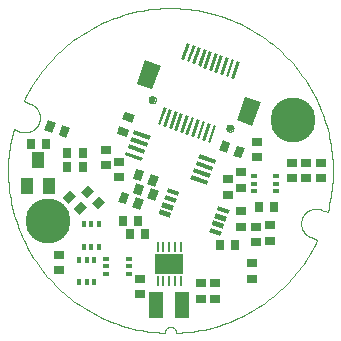
<source format=gbs>
G75*
%MOIN*%
%OFA0B0*%
%FSLAX25Y25*%
%IPPOS*%
%LPD*%
%AMOC8*
5,1,8,0,0,1.08239X$1,22.5*
%
%ADD10C,0.00004*%
%ADD11C,0.00000*%
%ADD12R,0.00984X0.05906*%
%ADD13R,0.08268X0.05512*%
%ADD14C,0.02362*%
%ADD15R,0.03543X0.02756*%
%ADD16R,0.02756X0.03543*%
%ADD17C,0.14961*%
%ADD18R,0.01000X0.03200*%
%ADD19R,0.09800X0.06900*%
%ADD20R,0.04882X0.08740*%
%ADD21R,0.01654X0.02362*%
%ADD22R,0.02362X0.01654*%
%ADD23R,0.03937X0.05512*%
%ADD24R,0.05800X0.01400*%
%ADD25R,0.01575X0.03937*%
D10*
X0029475Y0069444D02*
X0031670Y0068646D01*
X0031801Y0068600D01*
X0031934Y0068558D01*
X0032068Y0068520D01*
X0032203Y0068485D01*
X0032339Y0068455D01*
X0032476Y0068428D01*
X0032613Y0068405D01*
X0032751Y0068386D01*
X0032889Y0068371D01*
X0033028Y0068360D01*
X0033167Y0068353D01*
X0033307Y0068349D01*
X0033446Y0068350D01*
X0033585Y0068354D01*
X0033724Y0068363D01*
X0033863Y0068375D01*
X0034001Y0068392D01*
X0034139Y0068412D01*
X0034276Y0068436D01*
X0034412Y0068464D01*
X0034548Y0068496D01*
X0034683Y0068532D01*
X0034816Y0068572D01*
X0034949Y0068615D01*
X0035080Y0068662D01*
X0035209Y0068713D01*
X0035338Y0068767D01*
X0035464Y0068825D01*
X0035589Y0068886D01*
X0035712Y0068951D01*
X0035834Y0069020D01*
X0035953Y0069092D01*
X0036070Y0069167D01*
X0036185Y0069246D01*
X0036298Y0069327D01*
X0036408Y0069412D01*
X0036516Y0069500D01*
X0036622Y0069591D01*
X0036724Y0069685D01*
X0036824Y0069782D01*
X0036922Y0069882D01*
X0037016Y0069984D01*
X0037108Y0070089D01*
X0037196Y0070197D01*
X0037282Y0070307D01*
X0037364Y0070419D01*
X0037443Y0070534D01*
X0037519Y0070650D01*
X0037591Y0070769D01*
X0037660Y0070890D01*
X0037726Y0071013D01*
X0037788Y0071138D01*
X0037847Y0071264D01*
X0037902Y0071392D01*
X0037953Y0071522D01*
X0038001Y0071653D01*
X0038044Y0071785D01*
X0038085Y0071918D01*
X0038121Y0072052D01*
X0038154Y0072188D01*
X0038182Y0072324D01*
X0038207Y0072461D01*
X0038228Y0072599D01*
X0038245Y0072737D01*
X0038258Y0072876D01*
X0038267Y0073015D01*
X0038273Y0073154D01*
X0038274Y0073293D01*
X0038271Y0073432D01*
X0038265Y0073572D01*
X0038254Y0073710D01*
X0038240Y0073849D01*
X0038221Y0073987D01*
X0038199Y0074125D01*
X0038173Y0074261D01*
X0038143Y0074397D01*
X0038109Y0074532D01*
X0038072Y0074667D01*
X0038030Y0074800D01*
X0037985Y0074931D01*
X0037936Y0075062D01*
X0037884Y0075191D01*
X0037828Y0075318D01*
X0037768Y0075444D01*
X0037705Y0075568D01*
X0037638Y0075690D01*
X0037568Y0075810D01*
X0037494Y0075929D01*
X0037417Y0076045D01*
X0037337Y0076159D01*
X0037254Y0076270D01*
X0037167Y0076379D01*
X0037078Y0076486D01*
X0036985Y0076590D01*
X0036890Y0076692D01*
X0036791Y0076790D01*
X0036690Y0076886D01*
X0036587Y0076979D01*
X0036480Y0077069D01*
X0036372Y0077156D01*
X0036260Y0077240D01*
X0036147Y0077321D01*
X0036031Y0077398D01*
X0035913Y0077472D01*
X0035793Y0077543D01*
X0035671Y0077611D01*
X0035548Y0077674D01*
X0035422Y0077735D01*
X0035295Y0077792D01*
X0035166Y0077845D01*
X0035036Y0077894D01*
X0035036Y0077895D02*
X0032842Y0078693D01*
X0032841Y0078694D02*
X0033420Y0079885D01*
X0034027Y0081061D01*
X0034664Y0082222D01*
X0035328Y0083368D01*
X0036020Y0084496D01*
X0036740Y0085608D01*
X0037486Y0086701D01*
X0038260Y0087776D01*
X0039059Y0088832D01*
X0039884Y0089868D01*
X0040733Y0090883D01*
X0041608Y0091877D01*
X0042506Y0092850D01*
X0043428Y0093800D01*
X0044373Y0094727D01*
X0045340Y0095631D01*
X0046330Y0096512D01*
X0047340Y0097367D01*
X0048371Y0098198D01*
X0049422Y0099003D01*
X0050492Y0099782D01*
X0051582Y0100535D01*
X0052689Y0101261D01*
X0053814Y0101960D01*
X0054955Y0102631D01*
X0056112Y0103274D01*
X0057285Y0103888D01*
X0058473Y0104474D01*
X0059674Y0105030D01*
X0060889Y0105557D01*
X0062116Y0106054D01*
X0063355Y0106521D01*
X0064605Y0106957D01*
X0065866Y0107363D01*
X0067136Y0107737D01*
X0068414Y0108081D01*
X0069701Y0108393D01*
X0070995Y0108673D01*
X0072296Y0108922D01*
X0073602Y0109139D01*
X0074913Y0109324D01*
X0076228Y0109477D01*
X0077547Y0109597D01*
X0078868Y0109686D01*
X0080190Y0109742D01*
X0081514Y0109765D01*
X0082838Y0109756D01*
X0084162Y0109715D01*
X0085484Y0109642D01*
X0086804Y0109536D01*
X0088120Y0109398D01*
X0089433Y0109228D01*
X0090742Y0109025D01*
X0092045Y0108791D01*
X0093342Y0108525D01*
X0094632Y0108227D01*
X0095915Y0107898D01*
X0097189Y0107538D01*
X0098454Y0107146D01*
X0099708Y0106724D01*
X0100953Y0106271D01*
X0102185Y0105788D01*
X0103406Y0105275D01*
X0104614Y0104732D01*
X0105808Y0104160D01*
X0106987Y0103559D01*
X0108152Y0102929D01*
X0109301Y0102270D01*
X0110433Y0101584D01*
X0111548Y0100871D01*
X0112646Y0100130D01*
X0113725Y0099363D01*
X0114785Y0098569D01*
X0115825Y0097750D01*
X0116845Y0096906D01*
X0117844Y0096037D01*
X0118821Y0095144D01*
X0119777Y0094227D01*
X0120709Y0093287D01*
X0121618Y0092324D01*
X0122504Y0091340D01*
X0123365Y0090334D01*
X0124201Y0089308D01*
X0125012Y0088261D01*
X0125797Y0087195D01*
X0126556Y0086110D01*
X0127288Y0085007D01*
X0127993Y0083886D01*
X0128670Y0082748D01*
X0129319Y0081594D01*
X0129940Y0080425D01*
X0130532Y0079240D01*
X0131095Y0078042D01*
X0131628Y0076830D01*
X0132132Y0075605D01*
X0132605Y0074369D01*
X0133048Y0073121D01*
X0133460Y0071863D01*
X0133842Y0070595D01*
X0134192Y0069318D01*
X0134511Y0068033D01*
X0134799Y0066741D01*
X0135055Y0065442D01*
X0135279Y0064137D01*
X0135471Y0062827D01*
X0135631Y0061512D01*
X0135758Y0060194D01*
X0135854Y0058874D01*
X0135917Y0057551D01*
X0135948Y0056228D01*
X0135946Y0054904D01*
X0135912Y0053580D01*
X0135846Y0052258D01*
X0135747Y0050937D01*
X0135616Y0049620D01*
X0135453Y0048306D01*
X0135258Y0046996D01*
X0135031Y0045692D01*
X0134772Y0044393D01*
X0134481Y0043102D01*
X0134159Y0041817D01*
X0131965Y0042616D01*
X0131965Y0042615D02*
X0131834Y0042661D01*
X0131701Y0042703D01*
X0131567Y0042741D01*
X0131432Y0042776D01*
X0131296Y0042806D01*
X0131159Y0042833D01*
X0131022Y0042856D01*
X0130884Y0042875D01*
X0130746Y0042890D01*
X0130607Y0042901D01*
X0130468Y0042908D01*
X0130328Y0042912D01*
X0130189Y0042911D01*
X0130050Y0042907D01*
X0129911Y0042898D01*
X0129772Y0042886D01*
X0129634Y0042869D01*
X0129496Y0042849D01*
X0129359Y0042825D01*
X0129223Y0042797D01*
X0129087Y0042765D01*
X0128952Y0042729D01*
X0128819Y0042689D01*
X0128686Y0042646D01*
X0128555Y0042599D01*
X0128426Y0042548D01*
X0128297Y0042494D01*
X0128171Y0042436D01*
X0128046Y0042375D01*
X0127923Y0042310D01*
X0127801Y0042241D01*
X0127682Y0042169D01*
X0127565Y0042094D01*
X0127450Y0042015D01*
X0127337Y0041934D01*
X0127227Y0041849D01*
X0127119Y0041761D01*
X0127013Y0041670D01*
X0126911Y0041576D01*
X0126811Y0041479D01*
X0126713Y0041379D01*
X0126619Y0041277D01*
X0126527Y0041172D01*
X0126439Y0041064D01*
X0126353Y0040954D01*
X0126271Y0040842D01*
X0126192Y0040727D01*
X0126116Y0040611D01*
X0126044Y0040492D01*
X0125975Y0040371D01*
X0125909Y0040248D01*
X0125847Y0040123D01*
X0125788Y0039997D01*
X0125733Y0039869D01*
X0125682Y0039739D01*
X0125634Y0039608D01*
X0125591Y0039476D01*
X0125550Y0039343D01*
X0125514Y0039209D01*
X0125481Y0039073D01*
X0125453Y0038937D01*
X0125428Y0038800D01*
X0125407Y0038662D01*
X0125390Y0038524D01*
X0125377Y0038385D01*
X0125368Y0038246D01*
X0125362Y0038107D01*
X0125361Y0037968D01*
X0125364Y0037829D01*
X0125370Y0037689D01*
X0125381Y0037551D01*
X0125395Y0037412D01*
X0125414Y0037274D01*
X0125436Y0037136D01*
X0125462Y0037000D01*
X0125492Y0036864D01*
X0125526Y0036729D01*
X0125563Y0036594D01*
X0125605Y0036461D01*
X0125650Y0036330D01*
X0125699Y0036199D01*
X0125751Y0036070D01*
X0125807Y0035943D01*
X0125867Y0035817D01*
X0125930Y0035693D01*
X0125997Y0035571D01*
X0126067Y0035451D01*
X0126141Y0035332D01*
X0126218Y0035216D01*
X0126298Y0035102D01*
X0126381Y0034991D01*
X0126468Y0034882D01*
X0126557Y0034775D01*
X0126650Y0034671D01*
X0126745Y0034569D01*
X0126844Y0034471D01*
X0126945Y0034375D01*
X0127048Y0034282D01*
X0127155Y0034192D01*
X0127263Y0034105D01*
X0127375Y0034021D01*
X0127488Y0033940D01*
X0127604Y0033863D01*
X0127722Y0033789D01*
X0127842Y0033718D01*
X0127964Y0033650D01*
X0128087Y0033587D01*
X0128213Y0033526D01*
X0128340Y0033469D01*
X0128469Y0033416D01*
X0128599Y0033367D01*
X0128598Y0033367D02*
X0130793Y0032568D01*
X0079849Y0001533D02*
X0078539Y0001596D01*
X0077231Y0001692D01*
X0075926Y0001818D01*
X0074624Y0001977D01*
X0073327Y0002167D01*
X0072035Y0002388D01*
X0070748Y0002641D01*
X0069468Y0002924D01*
X0068195Y0003239D01*
X0066930Y0003584D01*
X0065674Y0003960D01*
X0064427Y0004366D01*
X0063190Y0004802D01*
X0061965Y0005268D01*
X0060751Y0005764D01*
X0059549Y0006289D01*
X0058361Y0006843D01*
X0057186Y0007425D01*
X0056026Y0008036D01*
X0054881Y0008674D01*
X0053751Y0009341D01*
X0052638Y0010034D01*
X0051542Y0010754D01*
X0050464Y0011500D01*
X0049405Y0012273D01*
X0048364Y0013071D01*
X0047343Y0013893D01*
X0046342Y0014740D01*
X0045362Y0015612D01*
X0044404Y0016506D01*
X0043467Y0017424D01*
X0042553Y0018364D01*
X0041662Y0019326D01*
X0040794Y0020309D01*
X0039951Y0021313D01*
X0039132Y0022337D01*
X0038338Y0023381D01*
X0037570Y0024443D01*
X0036827Y0025524D01*
X0036111Y0026622D01*
X0035422Y0027738D01*
X0034760Y0028870D01*
X0034126Y0030017D01*
X0033520Y0031180D01*
X0032942Y0032357D01*
X0032392Y0033547D01*
X0031872Y0034751D01*
X0031381Y0035967D01*
X0030919Y0037194D01*
X0030488Y0038432D01*
X0030086Y0039681D01*
X0029715Y0040938D01*
X0029375Y0042204D01*
X0029065Y0043478D01*
X0028786Y0044760D01*
X0028538Y0046047D01*
X0028322Y0047340D01*
X0028137Y0048639D01*
X0027983Y0049941D01*
X0027861Y0051246D01*
X0027770Y0052554D01*
X0027712Y0053864D01*
X0027685Y0055175D01*
X0027690Y0056486D01*
X0027726Y0057797D01*
X0027795Y0059107D01*
X0027895Y0060414D01*
X0028026Y0061719D01*
X0028190Y0063020D01*
X0028384Y0064316D01*
X0028610Y0065608D01*
X0028868Y0066894D01*
X0029156Y0068173D01*
X0029475Y0069445D01*
X0079848Y0001533D02*
X0079852Y0001620D01*
X0079859Y0001707D01*
X0079870Y0001794D01*
X0079886Y0001880D01*
X0079904Y0001965D01*
X0079927Y0002049D01*
X0079953Y0002133D01*
X0079983Y0002215D01*
X0080017Y0002295D01*
X0080054Y0002374D01*
X0080095Y0002452D01*
X0080139Y0002527D01*
X0080186Y0002600D01*
X0080237Y0002672D01*
X0080290Y0002741D01*
X0080347Y0002807D01*
X0080407Y0002871D01*
X0080469Y0002932D01*
X0080534Y0002990D01*
X0080601Y0003046D01*
X0080671Y0003098D01*
X0080743Y0003148D01*
X0080818Y0003194D01*
X0080894Y0003236D01*
X0080972Y0003275D01*
X0081052Y0003311D01*
X0081133Y0003343D01*
X0081215Y0003372D01*
X0081299Y0003397D01*
X0081384Y0003418D01*
X0081469Y0003435D01*
X0081556Y0003449D01*
X0081643Y0003458D01*
X0081730Y0003464D01*
X0081817Y0003466D01*
X0081904Y0003464D01*
X0081991Y0003458D01*
X0082078Y0003449D01*
X0082165Y0003435D01*
X0082250Y0003418D01*
X0082335Y0003397D01*
X0082419Y0003372D01*
X0082501Y0003343D01*
X0082582Y0003311D01*
X0082662Y0003275D01*
X0082740Y0003236D01*
X0082816Y0003194D01*
X0082891Y0003148D01*
X0082963Y0003098D01*
X0083033Y0003046D01*
X0083100Y0002990D01*
X0083165Y0002932D01*
X0083227Y0002871D01*
X0083287Y0002807D01*
X0083344Y0002741D01*
X0083397Y0002672D01*
X0083448Y0002600D01*
X0083495Y0002527D01*
X0083539Y0002452D01*
X0083580Y0002374D01*
X0083617Y0002295D01*
X0083651Y0002215D01*
X0083681Y0002133D01*
X0083707Y0002049D01*
X0083730Y0001965D01*
X0083748Y0001880D01*
X0083764Y0001794D01*
X0083775Y0001707D01*
X0083782Y0001620D01*
X0083786Y0001533D01*
D11*
X0083785Y0001533D02*
X0085100Y0001597D01*
X0086413Y0001692D01*
X0087723Y0001820D01*
X0089030Y0001980D01*
X0090333Y0002171D01*
X0091630Y0002394D01*
X0092922Y0002648D01*
X0094207Y0002934D01*
X0095484Y0003251D01*
X0096754Y0003599D01*
X0098015Y0003977D01*
X0099266Y0004386D01*
X0100507Y0004826D01*
X0101737Y0005295D01*
X0102955Y0005794D01*
X0104160Y0006323D01*
X0105353Y0006881D01*
X0106531Y0007468D01*
X0107695Y0008083D01*
X0108843Y0008726D01*
X0109976Y0009397D01*
X0111092Y0010096D01*
X0112190Y0010821D01*
X0113271Y0011573D01*
X0114333Y0012351D01*
X0115376Y0013154D01*
X0116399Y0013983D01*
X0117401Y0014836D01*
X0118383Y0015713D01*
X0119343Y0016614D01*
X0120280Y0017538D01*
X0121195Y0018485D01*
X0122087Y0019453D01*
X0122955Y0020443D01*
X0123798Y0021454D01*
X0124617Y0022485D01*
X0125410Y0023535D01*
X0126178Y0024605D01*
X0126919Y0025692D01*
X0127633Y0026798D01*
X0128321Y0027921D01*
X0128981Y0029060D01*
X0129613Y0030214D01*
X0130217Y0031384D01*
X0130792Y0032568D01*
X0100451Y0069782D02*
X0100453Y0069851D01*
X0100459Y0069919D01*
X0100469Y0069987D01*
X0100483Y0070054D01*
X0100501Y0070121D01*
X0100522Y0070186D01*
X0100548Y0070250D01*
X0100577Y0070312D01*
X0100609Y0070372D01*
X0100645Y0070431D01*
X0100685Y0070487D01*
X0100727Y0070541D01*
X0100773Y0070592D01*
X0100822Y0070641D01*
X0100873Y0070687D01*
X0100927Y0070729D01*
X0100983Y0070769D01*
X0101041Y0070805D01*
X0101102Y0070837D01*
X0101164Y0070866D01*
X0101228Y0070892D01*
X0101293Y0070913D01*
X0101360Y0070931D01*
X0101427Y0070945D01*
X0101495Y0070955D01*
X0101563Y0070961D01*
X0101632Y0070963D01*
X0101701Y0070961D01*
X0101769Y0070955D01*
X0101837Y0070945D01*
X0101904Y0070931D01*
X0101971Y0070913D01*
X0102036Y0070892D01*
X0102100Y0070866D01*
X0102162Y0070837D01*
X0102222Y0070805D01*
X0102281Y0070769D01*
X0102337Y0070729D01*
X0102391Y0070687D01*
X0102442Y0070641D01*
X0102491Y0070592D01*
X0102537Y0070541D01*
X0102579Y0070487D01*
X0102619Y0070431D01*
X0102655Y0070372D01*
X0102687Y0070312D01*
X0102716Y0070250D01*
X0102742Y0070186D01*
X0102763Y0070121D01*
X0102781Y0070054D01*
X0102795Y0069987D01*
X0102805Y0069919D01*
X0102811Y0069851D01*
X0102813Y0069782D01*
X0102811Y0069713D01*
X0102805Y0069645D01*
X0102795Y0069577D01*
X0102781Y0069510D01*
X0102763Y0069443D01*
X0102742Y0069378D01*
X0102716Y0069314D01*
X0102687Y0069252D01*
X0102655Y0069191D01*
X0102619Y0069133D01*
X0102579Y0069077D01*
X0102537Y0069023D01*
X0102491Y0068972D01*
X0102442Y0068923D01*
X0102391Y0068877D01*
X0102337Y0068835D01*
X0102281Y0068795D01*
X0102223Y0068759D01*
X0102162Y0068727D01*
X0102100Y0068698D01*
X0102036Y0068672D01*
X0101971Y0068651D01*
X0101904Y0068633D01*
X0101837Y0068619D01*
X0101769Y0068609D01*
X0101701Y0068603D01*
X0101632Y0068601D01*
X0101563Y0068603D01*
X0101495Y0068609D01*
X0101427Y0068619D01*
X0101360Y0068633D01*
X0101293Y0068651D01*
X0101228Y0068672D01*
X0101164Y0068698D01*
X0101102Y0068727D01*
X0101041Y0068759D01*
X0100983Y0068795D01*
X0100927Y0068835D01*
X0100873Y0068877D01*
X0100822Y0068923D01*
X0100773Y0068972D01*
X0100727Y0069023D01*
X0100685Y0069077D01*
X0100645Y0069133D01*
X0100609Y0069191D01*
X0100577Y0069252D01*
X0100548Y0069314D01*
X0100522Y0069378D01*
X0100501Y0069443D01*
X0100483Y0069510D01*
X0100469Y0069577D01*
X0100459Y0069645D01*
X0100453Y0069713D01*
X0100451Y0069782D01*
X0074554Y0079208D02*
X0074556Y0079277D01*
X0074562Y0079345D01*
X0074572Y0079413D01*
X0074586Y0079480D01*
X0074604Y0079547D01*
X0074625Y0079612D01*
X0074651Y0079676D01*
X0074680Y0079738D01*
X0074712Y0079798D01*
X0074748Y0079857D01*
X0074788Y0079913D01*
X0074830Y0079967D01*
X0074876Y0080018D01*
X0074925Y0080067D01*
X0074976Y0080113D01*
X0075030Y0080155D01*
X0075086Y0080195D01*
X0075144Y0080231D01*
X0075205Y0080263D01*
X0075267Y0080292D01*
X0075331Y0080318D01*
X0075396Y0080339D01*
X0075463Y0080357D01*
X0075530Y0080371D01*
X0075598Y0080381D01*
X0075666Y0080387D01*
X0075735Y0080389D01*
X0075804Y0080387D01*
X0075872Y0080381D01*
X0075940Y0080371D01*
X0076007Y0080357D01*
X0076074Y0080339D01*
X0076139Y0080318D01*
X0076203Y0080292D01*
X0076265Y0080263D01*
X0076325Y0080231D01*
X0076384Y0080195D01*
X0076440Y0080155D01*
X0076494Y0080113D01*
X0076545Y0080067D01*
X0076594Y0080018D01*
X0076640Y0079967D01*
X0076682Y0079913D01*
X0076722Y0079857D01*
X0076758Y0079798D01*
X0076790Y0079738D01*
X0076819Y0079676D01*
X0076845Y0079612D01*
X0076866Y0079547D01*
X0076884Y0079480D01*
X0076898Y0079413D01*
X0076908Y0079345D01*
X0076914Y0079277D01*
X0076916Y0079208D01*
X0076914Y0079139D01*
X0076908Y0079071D01*
X0076898Y0079003D01*
X0076884Y0078936D01*
X0076866Y0078869D01*
X0076845Y0078804D01*
X0076819Y0078740D01*
X0076790Y0078678D01*
X0076758Y0078617D01*
X0076722Y0078559D01*
X0076682Y0078503D01*
X0076640Y0078449D01*
X0076594Y0078398D01*
X0076545Y0078349D01*
X0076494Y0078303D01*
X0076440Y0078261D01*
X0076384Y0078221D01*
X0076326Y0078185D01*
X0076265Y0078153D01*
X0076203Y0078124D01*
X0076139Y0078098D01*
X0076074Y0078077D01*
X0076007Y0078059D01*
X0075940Y0078045D01*
X0075872Y0078035D01*
X0075804Y0078029D01*
X0075735Y0078027D01*
X0075666Y0078029D01*
X0075598Y0078035D01*
X0075530Y0078045D01*
X0075463Y0078059D01*
X0075396Y0078077D01*
X0075331Y0078098D01*
X0075267Y0078124D01*
X0075205Y0078153D01*
X0075144Y0078185D01*
X0075086Y0078221D01*
X0075030Y0078261D01*
X0074976Y0078303D01*
X0074925Y0078349D01*
X0074876Y0078398D01*
X0074830Y0078449D01*
X0074788Y0078503D01*
X0074748Y0078559D01*
X0074712Y0078617D01*
X0074680Y0078678D01*
X0074651Y0078740D01*
X0074625Y0078804D01*
X0074604Y0078869D01*
X0074586Y0078936D01*
X0074572Y0079003D01*
X0074562Y0079071D01*
X0074556Y0079139D01*
X0074554Y0079208D01*
D12*
G36*
X0078466Y0070882D02*
X0077541Y0071219D01*
X0079560Y0076768D01*
X0080485Y0076431D01*
X0078466Y0070882D01*
G37*
G36*
X0080316Y0070209D02*
X0079391Y0070546D01*
X0081410Y0076095D01*
X0082335Y0075758D01*
X0080316Y0070209D01*
G37*
G36*
X0082166Y0069536D02*
X0081241Y0069873D01*
X0083260Y0075422D01*
X0084185Y0075085D01*
X0082166Y0069536D01*
G37*
G36*
X0084016Y0068863D02*
X0083091Y0069200D01*
X0085110Y0074749D01*
X0086035Y0074412D01*
X0084016Y0068863D01*
G37*
G36*
X0085866Y0068189D02*
X0084941Y0068526D01*
X0086960Y0074075D01*
X0087885Y0073738D01*
X0085866Y0068189D01*
G37*
G36*
X0087715Y0067516D02*
X0086790Y0067853D01*
X0088809Y0073402D01*
X0089734Y0073065D01*
X0087715Y0067516D01*
G37*
G36*
X0089565Y0066843D02*
X0088640Y0067180D01*
X0090659Y0072729D01*
X0091584Y0072392D01*
X0089565Y0066843D01*
G37*
G36*
X0091415Y0066169D02*
X0090490Y0066506D01*
X0092509Y0072055D01*
X0093434Y0071718D01*
X0091415Y0066169D01*
G37*
G36*
X0093265Y0065496D02*
X0092340Y0065833D01*
X0094359Y0071382D01*
X0095284Y0071045D01*
X0093265Y0065496D01*
G37*
G36*
X0095114Y0064823D02*
X0094189Y0065160D01*
X0096208Y0070709D01*
X0097133Y0070372D01*
X0095114Y0064823D01*
G37*
G36*
X0102924Y0086280D02*
X0101999Y0086617D01*
X0104018Y0092166D01*
X0104943Y0091829D01*
X0102924Y0086280D01*
G37*
G36*
X0101075Y0086954D02*
X0100150Y0087291D01*
X0102169Y0092840D01*
X0103094Y0092503D01*
X0101075Y0086954D01*
G37*
G36*
X0099225Y0087627D02*
X0098300Y0087964D01*
X0100319Y0093513D01*
X0101244Y0093176D01*
X0099225Y0087627D01*
G37*
G36*
X0097375Y0088300D02*
X0096450Y0088637D01*
X0098469Y0094186D01*
X0099394Y0093849D01*
X0097375Y0088300D01*
G37*
G36*
X0095525Y0088974D02*
X0094600Y0089311D01*
X0096619Y0094860D01*
X0097544Y0094523D01*
X0095525Y0088974D01*
G37*
G36*
X0093675Y0089647D02*
X0092750Y0089984D01*
X0094769Y0095533D01*
X0095694Y0095196D01*
X0093675Y0089647D01*
G37*
G36*
X0091826Y0090320D02*
X0090901Y0090657D01*
X0092920Y0096206D01*
X0093845Y0095869D01*
X0091826Y0090320D01*
G37*
G36*
X0089976Y0090993D02*
X0089051Y0091330D01*
X0091070Y0096879D01*
X0091995Y0096542D01*
X0089976Y0090993D01*
G37*
G36*
X0088126Y0091667D02*
X0087201Y0092004D01*
X0089220Y0097553D01*
X0090145Y0097216D01*
X0088126Y0091667D01*
G37*
G36*
X0086276Y0092340D02*
X0085351Y0092677D01*
X0087370Y0098226D01*
X0088295Y0097889D01*
X0086276Y0092340D01*
G37*
D13*
G36*
X0078597Y0090526D02*
X0075769Y0082757D01*
X0070591Y0084642D01*
X0073419Y0092411D01*
X0078597Y0090526D01*
G37*
G36*
X0111893Y0078407D02*
X0109065Y0070638D01*
X0103887Y0072523D01*
X0106715Y0080292D01*
X0111893Y0078407D01*
G37*
D14*
X0101632Y0069782D03*
X0075735Y0079208D03*
D15*
X0060164Y0062520D03*
X0060164Y0057402D03*
X0064494Y0058583D03*
X0064494Y0053465D03*
X0044694Y0027596D03*
X0044694Y0022478D03*
X0071581Y0019607D03*
X0071581Y0014489D03*
X0092053Y0012914D03*
X0096778Y0012914D03*
X0096778Y0018032D03*
X0092053Y0018032D03*
X0108983Y0019607D03*
X0108983Y0024725D03*
X0110164Y0031812D03*
X0114888Y0032206D03*
X0114888Y0037324D03*
X0110164Y0036930D03*
X0105439Y0036930D03*
X0105439Y0042048D03*
X0101109Y0047560D03*
X0105439Y0049922D03*
X0101109Y0052678D03*
X0105439Y0055040D03*
X0110557Y0060158D03*
X0110557Y0065276D03*
X0122368Y0058190D03*
X0127093Y0058190D03*
X0131817Y0058190D03*
X0131817Y0053072D03*
X0127093Y0053072D03*
X0122368Y0053072D03*
D16*
X0116266Y0043426D03*
X0111148Y0043426D03*
X0103274Y0030828D03*
X0098156Y0030828D03*
G36*
X0076643Y0045534D02*
X0074054Y0046477D01*
X0075265Y0049804D01*
X0077854Y0048861D01*
X0076643Y0045534D01*
G37*
G36*
X0070297Y0046867D02*
X0072886Y0045924D01*
X0071675Y0042597D01*
X0069086Y0043540D01*
X0070297Y0046867D01*
G37*
G36*
X0071834Y0047284D02*
X0069245Y0048227D01*
X0070456Y0051554D01*
X0073045Y0050611D01*
X0071834Y0047284D01*
G37*
G36*
X0065487Y0048617D02*
X0068076Y0047674D01*
X0066865Y0044347D01*
X0064276Y0045290D01*
X0065487Y0048617D01*
G37*
G36*
X0071834Y0052009D02*
X0069245Y0052952D01*
X0070456Y0056279D01*
X0073045Y0055336D01*
X0071834Y0052009D01*
G37*
G36*
X0076643Y0050258D02*
X0074054Y0051201D01*
X0075265Y0054528D01*
X0077854Y0053585D01*
X0076643Y0050258D01*
G37*
X0070990Y0038702D03*
X0073353Y0034371D03*
X0068235Y0034371D03*
X0065872Y0038702D03*
G36*
X0057481Y0042818D02*
X0055532Y0044767D01*
X0058035Y0047270D01*
X0059984Y0045321D01*
X0057481Y0042818D01*
G37*
G36*
X0052014Y0045417D02*
X0053963Y0043468D01*
X0051460Y0040965D01*
X0049511Y0042914D01*
X0052014Y0045417D01*
G37*
G36*
X0048395Y0049036D02*
X0050344Y0047087D01*
X0047841Y0044584D01*
X0045892Y0046533D01*
X0048395Y0049036D01*
G37*
G36*
X0053862Y0046437D02*
X0051913Y0048386D01*
X0054416Y0050889D01*
X0056365Y0048940D01*
X0053862Y0046437D01*
G37*
X0052486Y0056812D03*
X0052486Y0061536D03*
X0047368Y0061536D03*
X0047368Y0056812D03*
X0040282Y0064489D03*
X0035164Y0064489D03*
G36*
X0042306Y0068150D02*
X0039717Y0069093D01*
X0040928Y0072420D01*
X0043517Y0071477D01*
X0042306Y0068150D01*
G37*
G36*
X0047116Y0066400D02*
X0044527Y0067343D01*
X0045738Y0070670D01*
X0048327Y0069727D01*
X0047116Y0066400D01*
G37*
G36*
X0068116Y0069269D02*
X0067173Y0066680D01*
X0063846Y0067891D01*
X0064789Y0070480D01*
X0068116Y0069269D01*
G37*
G36*
X0069867Y0074079D02*
X0068924Y0071490D01*
X0065597Y0072701D01*
X0066540Y0075290D01*
X0069867Y0074079D01*
G37*
G36*
X0099196Y0065728D02*
X0101785Y0064785D01*
X0100574Y0061458D01*
X0097985Y0062401D01*
X0099196Y0065728D01*
G37*
G36*
X0104005Y0063977D02*
X0106594Y0063034D01*
X0105383Y0059707D01*
X0102794Y0060650D01*
X0104005Y0063977D01*
G37*
D17*
X0040897Y0038681D03*
X0122737Y0072580D03*
D18*
X0085360Y0030228D03*
X0083392Y0030228D03*
X0081423Y0030228D03*
X0079455Y0030228D03*
X0077486Y0030228D03*
X0077486Y0018828D03*
X0079455Y0018828D03*
X0081423Y0018828D03*
X0083392Y0018828D03*
X0085360Y0018828D03*
D19*
X0081423Y0024528D03*
D20*
X0077132Y0010749D03*
X0085715Y0010749D03*
D21*
X0057998Y0030237D03*
X0055439Y0030237D03*
X0052880Y0030237D03*
X0053864Y0025906D03*
X0051305Y0025906D03*
X0056423Y0025906D03*
X0056423Y0018426D03*
X0053864Y0018426D03*
X0051305Y0018426D03*
X0052880Y0037717D03*
X0055439Y0037717D03*
X0057998Y0037717D03*
D22*
X0060360Y0026300D03*
X0060360Y0023741D03*
X0060360Y0021182D03*
X0067841Y0021182D03*
X0067841Y0023741D03*
X0067841Y0026300D03*
X0109573Y0048741D03*
X0109573Y0051300D03*
X0109573Y0053859D03*
X0117053Y0053859D03*
X0117053Y0051300D03*
X0117053Y0048741D03*
D23*
X0041463Y0050513D03*
X0033983Y0050513D03*
X0037723Y0059174D03*
D24*
G36*
X0067119Y0061971D02*
X0072568Y0059988D01*
X0072089Y0058673D01*
X0066640Y0060656D01*
X0067119Y0061971D01*
G37*
G36*
X0067994Y0064375D02*
X0073443Y0062392D01*
X0072964Y0061077D01*
X0067515Y0063060D01*
X0067994Y0064375D01*
G37*
G36*
X0068869Y0066780D02*
X0074318Y0064797D01*
X0073839Y0063482D01*
X0068390Y0065465D01*
X0068869Y0066780D01*
G37*
G36*
X0069745Y0069185D02*
X0075194Y0067202D01*
X0074715Y0065887D01*
X0069266Y0067870D01*
X0069745Y0069185D01*
G37*
G36*
X0088920Y0054036D02*
X0094369Y0052053D01*
X0093890Y0050738D01*
X0088441Y0052721D01*
X0088920Y0054036D01*
G37*
G36*
X0089795Y0056441D02*
X0095244Y0054458D01*
X0094765Y0053143D01*
X0089316Y0055126D01*
X0089795Y0056441D01*
G37*
G36*
X0090670Y0058845D02*
X0096119Y0056862D01*
X0095640Y0055547D01*
X0090191Y0057530D01*
X0090670Y0058845D01*
G37*
G36*
X0091545Y0061250D02*
X0096994Y0059267D01*
X0096515Y0057952D01*
X0091066Y0059935D01*
X0091545Y0061250D01*
G37*
D25*
G36*
X0080519Y0048442D02*
X0081057Y0049920D01*
X0084755Y0048574D01*
X0084217Y0047096D01*
X0080519Y0048442D01*
G37*
G36*
X0079644Y0046037D02*
X0080182Y0047515D01*
X0083880Y0046169D01*
X0083342Y0044691D01*
X0079644Y0046037D01*
G37*
G36*
X0078768Y0043632D02*
X0079306Y0045110D01*
X0083004Y0043764D01*
X0082466Y0042286D01*
X0078768Y0043632D01*
G37*
G36*
X0077893Y0041228D02*
X0078431Y0042706D01*
X0082129Y0041360D01*
X0081591Y0039882D01*
X0077893Y0041228D01*
G37*
G36*
X0094634Y0035135D02*
X0095172Y0036613D01*
X0098870Y0035267D01*
X0098332Y0033789D01*
X0094634Y0035135D01*
G37*
G36*
X0095509Y0037539D02*
X0096047Y0039017D01*
X0099745Y0037671D01*
X0099207Y0036193D01*
X0095509Y0037539D01*
G37*
G36*
X0096384Y0039944D02*
X0096922Y0041422D01*
X0100620Y0040076D01*
X0100082Y0038598D01*
X0096384Y0039944D01*
G37*
G36*
X0097260Y0042349D02*
X0097798Y0043827D01*
X0101496Y0042481D01*
X0100958Y0041003D01*
X0097260Y0042349D01*
G37*
M02*

</source>
